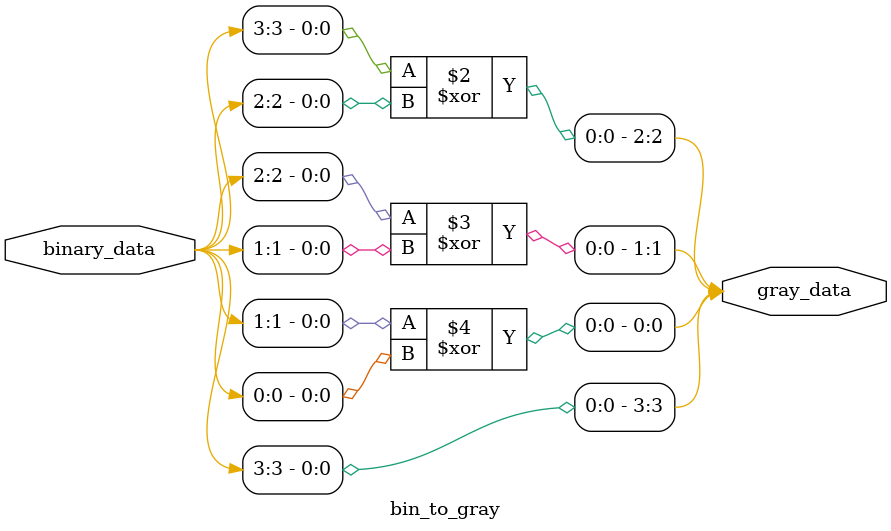
<source format=sv>
`timescale 1ns / 1ps


module bin_to_gray(
    output logic [3:0] gray_data,
    
    input wire [3:0] binary_data
    );

    always_comb begin : bin2gray
        gray_data[3]= binary_data[3];
        gray_data[2]= binary_data[3] ^ binary_data[2];
        gray_data[1]= binary_data[2] ^ binary_data[1];
        gray_data[0]= binary_data[1] ^ binary_data[0];
    end
endmodule

</source>
